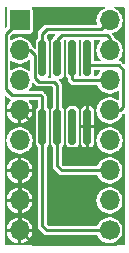
<source format=gbr>
%TF.GenerationSoftware,KiCad,Pcbnew,(6.0.9)*%
%TF.CreationDate,2022-12-08T14:47:13+01:00*%
%TF.ProjectId,UltraCIC-III,556c7472-6143-4494-932d-4949492e6b69,rev?*%
%TF.SameCoordinates,Original*%
%TF.FileFunction,Copper,L1,Top*%
%TF.FilePolarity,Positive*%
%FSLAX46Y46*%
G04 Gerber Fmt 4.6, Leading zero omitted, Abs format (unit mm)*
G04 Created by KiCad (PCBNEW (6.0.9)) date 2022-12-08 14:47:13*
%MOMM*%
%LPD*%
G01*
G04 APERTURE LIST*
G04 Aperture macros list*
%AMRoundRect*
0 Rectangle with rounded corners*
0 $1 Rounding radius*
0 $2 $3 $4 $5 $6 $7 $8 $9 X,Y pos of 4 corners*
0 Add a 4 corners polygon primitive as box body*
4,1,4,$2,$3,$4,$5,$6,$7,$8,$9,$2,$3,0*
0 Add four circle primitives for the rounded corners*
1,1,$1+$1,$2,$3*
1,1,$1+$1,$4,$5*
1,1,$1+$1,$6,$7*
1,1,$1+$1,$8,$9*
0 Add four rect primitives between the rounded corners*
20,1,$1+$1,$2,$3,$4,$5,0*
20,1,$1+$1,$4,$5,$6,$7,0*
20,1,$1+$1,$6,$7,$8,$9,0*
20,1,$1+$1,$8,$9,$2,$3,0*%
G04 Aperture macros list end*
%TA.AperFunction,SMDPad,CuDef*%
%ADD10RoundRect,0.150000X0.150000X-1.350000X0.150000X1.350000X-0.150000X1.350000X-0.150000X-1.350000X0*%
%TD*%
%TA.AperFunction,ComponentPad*%
%ADD11O,1.600000X1.600000*%
%TD*%
%TA.AperFunction,ComponentPad*%
%ADD12R,1.600000X1.600000*%
%TD*%
%TA.AperFunction,ComponentPad*%
%ADD13C,1.700000*%
%TD*%
%TA.AperFunction,ComponentPad*%
%ADD14O,1.700000X1.700000*%
%TD*%
%TA.AperFunction,ComponentPad*%
%ADD15R,1.700000X1.700000*%
%TD*%
%TA.AperFunction,Conductor*%
%ADD16C,0.250000*%
%TD*%
G04 APERTURE END LIST*
D10*
%TO.P,U1,1,~{RESET}/PB5*%
%TO.N,PB5*%
X98948400Y-77068000D03*
%TO.P,U1,2,XTAL1/PB3*%
%TO.N,PB3*%
X100218400Y-77068000D03*
%TO.P,U1,3,XTAL2/PB4*%
%TO.N,unconnected-(U1-Pad3)*%
X101488400Y-77068000D03*
%TO.P,U1,4,GND*%
%TO.N,GND*%
X102758400Y-77068000D03*
%TO.P,U1,5,AREF/PB0*%
%TO.N,PB0*%
X102758400Y-71268000D03*
%TO.P,U1,6,PB1*%
%TO.N,PB1*%
X101488400Y-71268000D03*
%TO.P,U1,7,PB2*%
%TO.N,PB2*%
X100218400Y-71268000D03*
%TO.P,U1,8,VCC*%
%TO.N,VCC*%
X98948400Y-71268000D03*
%TD*%
D11*
%TO.P,U2,8,VCC*%
%TO.N,VCC*%
X104648000Y-68072000D03*
%TO.P,U2,7,PB2*%
%TO.N,PB2*%
X104648000Y-70612000D03*
%TO.P,U2,6,PB1*%
%TO.N,PB1*%
X104648000Y-73152000D03*
%TO.P,U2,5,AREF/PB0*%
%TO.N,PB0*%
X104648000Y-75692000D03*
%TO.P,U2,4,GND*%
%TO.N,GND*%
X97028000Y-75692000D03*
%TO.P,U2,3,XTAL2/PB4*%
%TO.N,unconnected-(U2-Pad3)*%
X97028000Y-73152000D03*
%TO.P,U2,2,XTAL1/PB3*%
%TO.N,PB3*%
X97028000Y-70612000D03*
D12*
%TO.P,U2,1,~{RESET}/PB5*%
%TO.N,PB5*%
X97028000Y-68072000D03*
%TD*%
D13*
%TO.P,J2,1,Pin_1*%
%TO.N,PB5*%
X104648000Y-85852000D03*
D14*
%TO.P,J2,2,Pin_2*%
%TO.N,unconnected-(J2-Pad2)*%
X104648000Y-83312000D03*
%TO.P,J2,3,Pin_3*%
%TO.N,PB3*%
X104648000Y-80772000D03*
%TO.P,J2,4,Pin_4*%
%TO.N,unconnected-(J2-Pad4)*%
X104648000Y-78232000D03*
%TO.P,J2,5,Pin_5*%
%TO.N,PB0*%
X104648000Y-75692000D03*
%TO.P,J2,6,Pin_6*%
%TO.N,PB1*%
X104648000Y-73152000D03*
%TO.P,J2,7,Pin_7*%
%TO.N,PB2*%
X104648000Y-70612000D03*
%TO.P,J2,8,Pin_8*%
%TO.N,VCC*%
X104648000Y-68072000D03*
%TD*%
%TO.P,J1,8,Pin_8*%
%TO.N,GND*%
X97028000Y-85852000D03*
%TO.P,J1,7,Pin_7*%
X97028000Y-83312000D03*
%TO.P,J1,6,Pin_6*%
X97028000Y-80772000D03*
%TO.P,J1,5,Pin_5*%
%TO.N,unconnected-(J1-Pad5)*%
X97028000Y-78232000D03*
%TO.P,J1,4,Pin_4*%
%TO.N,GND*%
X97028000Y-75692000D03*
%TO.P,J1,3,Pin_3*%
%TO.N,unconnected-(J1-Pad3)*%
X97028000Y-73152000D03*
%TO.P,J1,2,Pin_2*%
%TO.N,PB3*%
X97028000Y-70612000D03*
D15*
%TO.P,J1,1,Pin_1*%
%TO.N,PB5*%
X97028000Y-68072000D03*
%TD*%
D16*
%TO.N,PB5*%
X95853000Y-73882000D02*
X95853000Y-69247000D01*
X96393000Y-74422000D02*
X95853000Y-73882000D01*
X98948400Y-74564400D02*
X98806000Y-74422000D01*
X98948400Y-77068000D02*
X98948400Y-74564400D01*
X98806000Y-74422000D02*
X96393000Y-74422000D01*
X95853000Y-69247000D02*
X97028000Y-68072000D01*
%TO.N,VCC*%
X98948400Y-69230400D02*
X98948400Y-71268000D01*
X98933000Y-69215000D02*
X98948400Y-69230400D01*
X103886000Y-68834000D02*
X99314000Y-68834000D01*
X104648000Y-68072000D02*
X103886000Y-68834000D01*
X99314000Y-68834000D02*
X98933000Y-69215000D01*
%TO.N,PB0*%
X105537000Y-75692000D02*
X104648000Y-75692000D01*
X105822511Y-72294511D02*
X105822511Y-75406489D01*
X102870000Y-71882000D02*
X105410000Y-71882000D01*
X102758400Y-71770400D02*
X102870000Y-71882000D01*
X105410000Y-71882000D02*
X105822511Y-72294511D01*
X105822511Y-75406489D02*
X105537000Y-75692000D01*
X102758400Y-71268000D02*
X102758400Y-71770400D01*
%TO.N,PB3*%
X104648000Y-80772000D02*
X100584000Y-80772000D01*
X100584000Y-80772000D02*
X100218400Y-80406400D01*
X100218400Y-80406400D02*
X100218400Y-73548400D01*
X98669824Y-73279000D02*
X98298000Y-72907176D01*
X100218400Y-73548400D02*
X99949000Y-73279000D01*
X99949000Y-73279000D02*
X98669824Y-73279000D01*
X98298000Y-72907176D02*
X98298000Y-70993000D01*
X98298000Y-70993000D02*
X97917000Y-70612000D01*
X97917000Y-70612000D02*
X97028000Y-70612000D01*
%TO.N,PB1*%
X101600000Y-73152000D02*
X104648000Y-73152000D01*
X101488400Y-73040400D02*
X101600000Y-73152000D01*
X101488400Y-71268000D02*
X101488400Y-73040400D01*
%TO.N,PB2*%
X104648000Y-70612000D02*
X104648000Y-69596000D01*
%TO.N,GND*%
X102997000Y-79502000D02*
X102758400Y-79263400D01*
X97028000Y-85852000D02*
X98202511Y-87026511D01*
X98202511Y-87026511D02*
X105134499Y-87026511D01*
X105134499Y-87026511D02*
X105822511Y-86338499D01*
X105822511Y-86338499D02*
X105822511Y-80168511D01*
X105822511Y-80168511D02*
X105156000Y-79502000D01*
X105156000Y-79502000D02*
X102997000Y-79502000D01*
X102758400Y-79263400D02*
X102758400Y-77068000D01*
%TO.N,PB2*%
X104648000Y-69596000D02*
X104394000Y-69342000D01*
X104394000Y-69342000D02*
X100584000Y-69342000D01*
X100584000Y-69342000D02*
X100218400Y-69707600D01*
X100218400Y-69707600D02*
X100218400Y-71268000D01*
%TO.N,GND*%
X97028000Y-75692000D02*
X98283489Y-76947489D01*
X98171000Y-80772000D02*
X97028000Y-80772000D01*
X98283489Y-76947489D02*
X98283489Y-80659511D01*
X98283489Y-80659511D02*
X98171000Y-80772000D01*
%TO.N,PB5*%
X99314000Y-85852000D02*
X98933000Y-85471000D01*
X104648000Y-85852000D02*
X99314000Y-85852000D01*
X98933000Y-85471000D02*
X98933000Y-77818000D01*
%TO.N,GND*%
X97028000Y-83312000D02*
X97028000Y-85852000D01*
X97028000Y-80772000D02*
X97028000Y-83312000D01*
%TD*%
%TA.AperFunction,Conductor*%
%TO.N,GND*%
G36*
X100930765Y-69739952D02*
G01*
X100949217Y-69784500D01*
X100948441Y-69794355D01*
X100933900Y-69886166D01*
X100933900Y-72649834D01*
X100948902Y-72744555D01*
X101007074Y-72858723D01*
X101090448Y-72942097D01*
X101108900Y-72986645D01*
X101108900Y-72993183D01*
X101107489Y-73006441D01*
X101104080Y-73022276D01*
X101104692Y-73027447D01*
X101108463Y-73059307D01*
X101108900Y-73066712D01*
X101108900Y-73071924D01*
X101109327Y-73074488D01*
X101109327Y-73074490D01*
X101112315Y-73092441D01*
X101112733Y-73095380D01*
X101118930Y-73147741D01*
X101121186Y-73152439D01*
X101122281Y-73156207D01*
X101123541Y-73159887D01*
X101124396Y-73165026D01*
X101126870Y-73169611D01*
X101149438Y-73211437D01*
X101150786Y-73214082D01*
X101173619Y-73261632D01*
X101176168Y-73264664D01*
X101176170Y-73264667D01*
X101176338Y-73264867D01*
X101176347Y-73264877D01*
X101177214Y-73265908D01*
X101177435Y-73266129D01*
X101180083Y-73269266D01*
X101181916Y-73271629D01*
X101184390Y-73276214D01*
X101219912Y-73309050D01*
X101224859Y-73313623D01*
X101226643Y-73315337D01*
X101298265Y-73386959D01*
X101306643Y-73397333D01*
X101315429Y-73410940D01*
X101319521Y-73414166D01*
X101319522Y-73414167D01*
X101344713Y-73434026D01*
X101350259Y-73438953D01*
X101353944Y-73442638D01*
X101356054Y-73444146D01*
X101356060Y-73444151D01*
X101370872Y-73454736D01*
X101373232Y-73456507D01*
X101414647Y-73489156D01*
X101419562Y-73490882D01*
X101423000Y-73492772D01*
X101426497Y-73494485D01*
X101430734Y-73497513D01*
X101481306Y-73512638D01*
X101484077Y-73513539D01*
X101533851Y-73531018D01*
X101537949Y-73531373D01*
X101538061Y-73531383D01*
X101538069Y-73531383D01*
X101539416Y-73531500D01*
X101539734Y-73531500D01*
X101543812Y-73531845D01*
X101546788Y-73532221D01*
X101551778Y-73533713D01*
X101606857Y-73531549D01*
X101609330Y-73531500D01*
X103566319Y-73531500D01*
X103610867Y-73549952D01*
X103623532Y-73568125D01*
X103687377Y-73706616D01*
X103804533Y-73872389D01*
X103949938Y-74014035D01*
X104020774Y-74061366D01*
X104107448Y-74119280D01*
X104118720Y-74126812D01*
X104121371Y-74127951D01*
X104210543Y-74166262D01*
X104305228Y-74206942D01*
X104503216Y-74251742D01*
X104506104Y-74251855D01*
X104506108Y-74251856D01*
X104604635Y-74255727D01*
X104706053Y-74259712D01*
X104906945Y-74230584D01*
X105099165Y-74165334D01*
X105153246Y-74135047D01*
X105273755Y-74067559D01*
X105273756Y-74067558D01*
X105276276Y-74066147D01*
X105282025Y-74061366D01*
X105339726Y-74013376D01*
X105385775Y-73999077D01*
X105428448Y-74021528D01*
X105443011Y-74061813D01*
X105443011Y-74778655D01*
X105424559Y-74823203D01*
X105380011Y-74841655D01*
X105337247Y-74824918D01*
X105331874Y-74819952D01*
X105323258Y-74811987D01*
X105151581Y-74703667D01*
X105148903Y-74702599D01*
X105148900Y-74702597D01*
X104965721Y-74629516D01*
X104963039Y-74628446D01*
X104960208Y-74627883D01*
X104960205Y-74627882D01*
X104766777Y-74589407D01*
X104766776Y-74589407D01*
X104763946Y-74588844D01*
X104761067Y-74588806D01*
X104761064Y-74588806D01*
X104642647Y-74587256D01*
X104560971Y-74586187D01*
X104427829Y-74609065D01*
X104363755Y-74620075D01*
X104363754Y-74620075D01*
X104360910Y-74620564D01*
X104358205Y-74621562D01*
X104358201Y-74621563D01*
X104276382Y-74651748D01*
X104170463Y-74690824D01*
X103996010Y-74794612D01*
X103843392Y-74928455D01*
X103717720Y-75087869D01*
X103623203Y-75267515D01*
X103622347Y-75270273D01*
X103622345Y-75270277D01*
X103563863Y-75458621D01*
X103563007Y-75461378D01*
X103539148Y-75662964D01*
X103552424Y-75865522D01*
X103553133Y-75868315D01*
X103553134Y-75868319D01*
X103588300Y-76006781D01*
X103602392Y-76062269D01*
X103687377Y-76246616D01*
X103804533Y-76412389D01*
X103949938Y-76554035D01*
X104118720Y-76666812D01*
X104121371Y-76667951D01*
X104210543Y-76706262D01*
X104305228Y-76746942D01*
X104503216Y-76791742D01*
X104506104Y-76791855D01*
X104506108Y-76791856D01*
X104604634Y-76795727D01*
X104706053Y-76799712D01*
X104906945Y-76770584D01*
X104911114Y-76769169D01*
X105096431Y-76706262D01*
X105096430Y-76706262D01*
X105099165Y-76705334D01*
X105276276Y-76606147D01*
X105279000Y-76603882D01*
X105430123Y-76478193D01*
X105432345Y-76476345D01*
X105487497Y-76410032D01*
X105560301Y-76322496D01*
X105560303Y-76322493D01*
X105562147Y-76320276D01*
X105661334Y-76143165D01*
X105687904Y-76064893D01*
X105689263Y-76060889D01*
X105721649Y-76024348D01*
X105754658Y-76008497D01*
X105758232Y-76006781D01*
X105761264Y-76004232D01*
X105761267Y-76004230D01*
X105761467Y-76004062D01*
X105761477Y-76004053D01*
X105762508Y-76003186D01*
X105762729Y-76002965D01*
X105765866Y-76000317D01*
X105768229Y-75998484D01*
X105772814Y-75996010D01*
X105808239Y-75957687D01*
X105852026Y-75937501D01*
X105897264Y-75954189D01*
X105917500Y-76000452D01*
X105917500Y-87058500D01*
X105899048Y-87103048D01*
X105854500Y-87121500D01*
X95821500Y-87121500D01*
X95776952Y-87103048D01*
X95758500Y-87058500D01*
X95758500Y-85992577D01*
X95930766Y-85992577D01*
X95932731Y-86022561D01*
X95933630Y-86028241D01*
X95982154Y-86219304D01*
X95984075Y-86224726D01*
X96066605Y-86403746D01*
X96069476Y-86408719D01*
X96183250Y-86569706D01*
X96186983Y-86574077D01*
X96328190Y-86711634D01*
X96332649Y-86715245D01*
X96496562Y-86824769D01*
X96501611Y-86827510D01*
X96682735Y-86905327D01*
X96688195Y-86907101D01*
X96880464Y-86950607D01*
X96886174Y-86951359D01*
X96888478Y-86951449D01*
X96896794Y-86948381D01*
X96901000Y-86938765D01*
X96901000Y-86936677D01*
X97155000Y-86936677D01*
X97158671Y-86945539D01*
X97164283Y-86947864D01*
X97283971Y-86930510D01*
X97289559Y-86929169D01*
X97476227Y-86865803D01*
X97481484Y-86863462D01*
X97653466Y-86767147D01*
X97658218Y-86763882D01*
X97809763Y-86637844D01*
X97813844Y-86633763D01*
X97939882Y-86482218D01*
X97943147Y-86477466D01*
X98039462Y-86305484D01*
X98041803Y-86300227D01*
X98105169Y-86113559D01*
X98106510Y-86107971D01*
X98123412Y-85991403D01*
X98121051Y-85982105D01*
X98115831Y-85979000D01*
X97167533Y-85979000D01*
X97158671Y-85982671D01*
X97155000Y-85991533D01*
X97155000Y-86936677D01*
X96901000Y-86936677D01*
X96901000Y-85991533D01*
X96897329Y-85982671D01*
X96888467Y-85979000D01*
X95942409Y-85979000D01*
X95934669Y-85982206D01*
X95930766Y-85992577D01*
X95758500Y-85992577D01*
X95758500Y-85712554D01*
X95932719Y-85712554D01*
X95935323Y-85721787D01*
X95941060Y-85725000D01*
X96888467Y-85725000D01*
X96897329Y-85721329D01*
X96901000Y-85712467D01*
X97155000Y-85712467D01*
X97158671Y-85721329D01*
X97167533Y-85725000D01*
X98112527Y-85725000D01*
X98121389Y-85721329D01*
X98124118Y-85714743D01*
X98118428Y-85652821D01*
X98117382Y-85647176D01*
X98063873Y-85457445D01*
X98061811Y-85452076D01*
X97974625Y-85275279D01*
X97971622Y-85270379D01*
X97853671Y-85112424D01*
X97849830Y-85108159D01*
X97705075Y-84974348D01*
X97700508Y-84970843D01*
X97533793Y-84865654D01*
X97528672Y-84863044D01*
X97345578Y-84789998D01*
X97340062Y-84788364D01*
X97167292Y-84753998D01*
X97157883Y-84755869D01*
X97155000Y-84760185D01*
X97155000Y-85712467D01*
X96901000Y-85712467D01*
X96901000Y-84766096D01*
X96897329Y-84757234D01*
X96892142Y-84755085D01*
X96743885Y-84780560D01*
X96738331Y-84782048D01*
X96553390Y-84850277D01*
X96548199Y-84852752D01*
X96378783Y-84953545D01*
X96374136Y-84956921D01*
X96225927Y-85086897D01*
X96221968Y-85091069D01*
X96099932Y-85245870D01*
X96096794Y-85250703D01*
X96005013Y-85425148D01*
X96002809Y-85430469D01*
X95944354Y-85618725D01*
X95943159Y-85624349D01*
X95932719Y-85712554D01*
X95758500Y-85712554D01*
X95758500Y-83452577D01*
X95930766Y-83452577D01*
X95932731Y-83482561D01*
X95933630Y-83488241D01*
X95982154Y-83679304D01*
X95984075Y-83684726D01*
X96066605Y-83863746D01*
X96069476Y-83868719D01*
X96183250Y-84029706D01*
X96186983Y-84034077D01*
X96328190Y-84171634D01*
X96332649Y-84175245D01*
X96496562Y-84284769D01*
X96501611Y-84287510D01*
X96682735Y-84365327D01*
X96688195Y-84367101D01*
X96880464Y-84410607D01*
X96886174Y-84411359D01*
X96888478Y-84411449D01*
X96896794Y-84408381D01*
X96901000Y-84398765D01*
X96901000Y-84396677D01*
X97155000Y-84396677D01*
X97158671Y-84405539D01*
X97164283Y-84407864D01*
X97283971Y-84390510D01*
X97289559Y-84389169D01*
X97476227Y-84325803D01*
X97481484Y-84323462D01*
X97653466Y-84227147D01*
X97658218Y-84223882D01*
X97809763Y-84097844D01*
X97813844Y-84093763D01*
X97939882Y-83942218D01*
X97943147Y-83937466D01*
X98039462Y-83765484D01*
X98041803Y-83760227D01*
X98105169Y-83573559D01*
X98106510Y-83567971D01*
X98123412Y-83451403D01*
X98121051Y-83442105D01*
X98115831Y-83439000D01*
X97167533Y-83439000D01*
X97158671Y-83442671D01*
X97155000Y-83451533D01*
X97155000Y-84396677D01*
X96901000Y-84396677D01*
X96901000Y-83451533D01*
X96897329Y-83442671D01*
X96888467Y-83439000D01*
X95942409Y-83439000D01*
X95934669Y-83442206D01*
X95930766Y-83452577D01*
X95758500Y-83452577D01*
X95758500Y-83172554D01*
X95932719Y-83172554D01*
X95935323Y-83181787D01*
X95941060Y-83185000D01*
X96888467Y-83185000D01*
X96897329Y-83181329D01*
X96901000Y-83172467D01*
X97155000Y-83172467D01*
X97158671Y-83181329D01*
X97167533Y-83185000D01*
X98112527Y-83185000D01*
X98121389Y-83181329D01*
X98124118Y-83174743D01*
X98118428Y-83112821D01*
X98117382Y-83107176D01*
X98063873Y-82917445D01*
X98061811Y-82912076D01*
X97974625Y-82735279D01*
X97971622Y-82730379D01*
X97853671Y-82572424D01*
X97849830Y-82568159D01*
X97705075Y-82434348D01*
X97700508Y-82430843D01*
X97533793Y-82325654D01*
X97528672Y-82323044D01*
X97345578Y-82249998D01*
X97340062Y-82248364D01*
X97167292Y-82213998D01*
X97157883Y-82215869D01*
X97155000Y-82220185D01*
X97155000Y-83172467D01*
X96901000Y-83172467D01*
X96901000Y-82226096D01*
X96897329Y-82217234D01*
X96892142Y-82215085D01*
X96743885Y-82240560D01*
X96738331Y-82242048D01*
X96553390Y-82310277D01*
X96548199Y-82312752D01*
X96378783Y-82413545D01*
X96374136Y-82416921D01*
X96225927Y-82546897D01*
X96221968Y-82551069D01*
X96099932Y-82705870D01*
X96096794Y-82710703D01*
X96005013Y-82885148D01*
X96002809Y-82890469D01*
X95944354Y-83078725D01*
X95943159Y-83084349D01*
X95932719Y-83172554D01*
X95758500Y-83172554D01*
X95758500Y-80912577D01*
X95930766Y-80912577D01*
X95932731Y-80942561D01*
X95933630Y-80948241D01*
X95982154Y-81139304D01*
X95984075Y-81144726D01*
X96066605Y-81323746D01*
X96069476Y-81328719D01*
X96183250Y-81489706D01*
X96186983Y-81494077D01*
X96328190Y-81631634D01*
X96332649Y-81635245D01*
X96496562Y-81744769D01*
X96501611Y-81747510D01*
X96682735Y-81825327D01*
X96688195Y-81827101D01*
X96880464Y-81870607D01*
X96886174Y-81871359D01*
X96888478Y-81871449D01*
X96896794Y-81868381D01*
X96901000Y-81858765D01*
X96901000Y-81856677D01*
X97155000Y-81856677D01*
X97158671Y-81865539D01*
X97164283Y-81867864D01*
X97283971Y-81850510D01*
X97289559Y-81849169D01*
X97476227Y-81785803D01*
X97481484Y-81783462D01*
X97653466Y-81687147D01*
X97658218Y-81683882D01*
X97809763Y-81557844D01*
X97813844Y-81553763D01*
X97939882Y-81402218D01*
X97943147Y-81397466D01*
X98039462Y-81225484D01*
X98041803Y-81220227D01*
X98105169Y-81033559D01*
X98106510Y-81027971D01*
X98123412Y-80911403D01*
X98121051Y-80902105D01*
X98115831Y-80899000D01*
X97167533Y-80899000D01*
X97158671Y-80902671D01*
X97155000Y-80911533D01*
X97155000Y-81856677D01*
X96901000Y-81856677D01*
X96901000Y-80911533D01*
X96897329Y-80902671D01*
X96888467Y-80899000D01*
X95942409Y-80899000D01*
X95934669Y-80902206D01*
X95930766Y-80912577D01*
X95758500Y-80912577D01*
X95758500Y-80632554D01*
X95932719Y-80632554D01*
X95935323Y-80641787D01*
X95941060Y-80645000D01*
X96888467Y-80645000D01*
X96897329Y-80641329D01*
X96901000Y-80632467D01*
X97155000Y-80632467D01*
X97158671Y-80641329D01*
X97167533Y-80645000D01*
X98112527Y-80645000D01*
X98121389Y-80641329D01*
X98124118Y-80634743D01*
X98118428Y-80572821D01*
X98117382Y-80567176D01*
X98063873Y-80377445D01*
X98061811Y-80372076D01*
X97974625Y-80195279D01*
X97971622Y-80190379D01*
X97853671Y-80032424D01*
X97849830Y-80028159D01*
X97705075Y-79894348D01*
X97700508Y-79890843D01*
X97533793Y-79785654D01*
X97528672Y-79783044D01*
X97345578Y-79709998D01*
X97340062Y-79708364D01*
X97167292Y-79673998D01*
X97157883Y-79675869D01*
X97155000Y-79680185D01*
X97155000Y-80632467D01*
X96901000Y-80632467D01*
X96901000Y-79686096D01*
X96897329Y-79677234D01*
X96892142Y-79675085D01*
X96743885Y-79700560D01*
X96738331Y-79702048D01*
X96553390Y-79770277D01*
X96548199Y-79772752D01*
X96378783Y-79873545D01*
X96374136Y-79876921D01*
X96225927Y-80006897D01*
X96221968Y-80011069D01*
X96099932Y-80165870D01*
X96096794Y-80170703D01*
X96005013Y-80345148D01*
X96002809Y-80350469D01*
X95944354Y-80538725D01*
X95943159Y-80544349D01*
X95932719Y-80632554D01*
X95758500Y-80632554D01*
X95758500Y-78202964D01*
X95919148Y-78202964D01*
X95932424Y-78405522D01*
X95933133Y-78408315D01*
X95933134Y-78408319D01*
X95968857Y-78548975D01*
X95982392Y-78602269D01*
X96067377Y-78786616D01*
X96184533Y-78952389D01*
X96329938Y-79094035D01*
X96498720Y-79206812D01*
X96501371Y-79207951D01*
X96590543Y-79246262D01*
X96685228Y-79286942D01*
X96883216Y-79331742D01*
X96886104Y-79331855D01*
X96886108Y-79331856D01*
X96984634Y-79335727D01*
X97086053Y-79339712D01*
X97286945Y-79310584D01*
X97479165Y-79245334D01*
X97656276Y-79146147D01*
X97718934Y-79094035D01*
X97810123Y-79018193D01*
X97812345Y-79016345D01*
X97942147Y-78860276D01*
X97963521Y-78822111D01*
X98039921Y-78685688D01*
X98041334Y-78683165D01*
X98106584Y-78490945D01*
X98135712Y-78290053D01*
X98137232Y-78232000D01*
X98118658Y-78029859D01*
X98109848Y-77998621D01*
X98064341Y-77837265D01*
X98064339Y-77837260D01*
X98063557Y-77834487D01*
X97973776Y-77652428D01*
X97852320Y-77489779D01*
X97703258Y-77351987D01*
X97531581Y-77243667D01*
X97528903Y-77242599D01*
X97528900Y-77242597D01*
X97345721Y-77169516D01*
X97343039Y-77168446D01*
X97340208Y-77167883D01*
X97340205Y-77167882D01*
X97146777Y-77129407D01*
X97146776Y-77129407D01*
X97143946Y-77128844D01*
X97141067Y-77128806D01*
X97141064Y-77128806D01*
X97022647Y-77127256D01*
X96940971Y-77126187D01*
X96807829Y-77149065D01*
X96743755Y-77160075D01*
X96743754Y-77160075D01*
X96740910Y-77160564D01*
X96738205Y-77161562D01*
X96738201Y-77161563D01*
X96656382Y-77191748D01*
X96550463Y-77230824D01*
X96376010Y-77334612D01*
X96223392Y-77468455D01*
X96097720Y-77627869D01*
X96003203Y-77807515D01*
X96002347Y-77810273D01*
X96002345Y-77810277D01*
X95994828Y-77834487D01*
X95943007Y-78001378D01*
X95919148Y-78202964D01*
X95758500Y-78202964D01*
X95758500Y-75832577D01*
X95930766Y-75832577D01*
X95932731Y-75862561D01*
X95933630Y-75868241D01*
X95982154Y-76059304D01*
X95984075Y-76064726D01*
X96066605Y-76243746D01*
X96069476Y-76248719D01*
X96183250Y-76409706D01*
X96186983Y-76414077D01*
X96328190Y-76551634D01*
X96332649Y-76555245D01*
X96496562Y-76664769D01*
X96501611Y-76667510D01*
X96682735Y-76745327D01*
X96688195Y-76747101D01*
X96880464Y-76790607D01*
X96886174Y-76791359D01*
X96888478Y-76791449D01*
X96896794Y-76788381D01*
X96901000Y-76778765D01*
X96901000Y-76776677D01*
X97155000Y-76776677D01*
X97158671Y-76785539D01*
X97164283Y-76787864D01*
X97283971Y-76770510D01*
X97289559Y-76769169D01*
X97476227Y-76705803D01*
X97481484Y-76703462D01*
X97653466Y-76607147D01*
X97658218Y-76603882D01*
X97809763Y-76477844D01*
X97813844Y-76473763D01*
X97939882Y-76322218D01*
X97943147Y-76317466D01*
X98039462Y-76145484D01*
X98041803Y-76140227D01*
X98105169Y-75953559D01*
X98106510Y-75947971D01*
X98123412Y-75831403D01*
X98121051Y-75822105D01*
X98115831Y-75819000D01*
X97167533Y-75819000D01*
X97158671Y-75822671D01*
X97155000Y-75831533D01*
X97155000Y-76776677D01*
X96901000Y-76776677D01*
X96901000Y-75831533D01*
X96897329Y-75822671D01*
X96888467Y-75819000D01*
X95942409Y-75819000D01*
X95934669Y-75822206D01*
X95930766Y-75832577D01*
X95758500Y-75832577D01*
X95758500Y-74476290D01*
X95776952Y-74431742D01*
X95821500Y-74413290D01*
X95866048Y-74431742D01*
X96091265Y-74656959D01*
X96099643Y-74667333D01*
X96108429Y-74680940D01*
X96112521Y-74684166D01*
X96112522Y-74684167D01*
X96137713Y-74704026D01*
X96143259Y-74708953D01*
X96146944Y-74712638D01*
X96149054Y-74714146D01*
X96149060Y-74714151D01*
X96163872Y-74724736D01*
X96166232Y-74726507D01*
X96207647Y-74759156D01*
X96212562Y-74760882D01*
X96216000Y-74762772D01*
X96219498Y-74764486D01*
X96223734Y-74767513D01*
X96251783Y-74775902D01*
X96289174Y-74806343D01*
X96294089Y-74854310D01*
X96275269Y-74883625D01*
X96225927Y-74926897D01*
X96221968Y-74931069D01*
X96099932Y-75085870D01*
X96096794Y-75090703D01*
X96005013Y-75265148D01*
X96002809Y-75270469D01*
X95944354Y-75458725D01*
X95943159Y-75464349D01*
X95932719Y-75552554D01*
X95935323Y-75561787D01*
X95941060Y-75565000D01*
X96888467Y-75565000D01*
X96897329Y-75561329D01*
X96901000Y-75552467D01*
X96901000Y-74864500D01*
X96919452Y-74819952D01*
X96964000Y-74801500D01*
X97092000Y-74801500D01*
X97136548Y-74819952D01*
X97155000Y-74864500D01*
X97155000Y-75552467D01*
X97158671Y-75561329D01*
X97167533Y-75565000D01*
X98112527Y-75565000D01*
X98121389Y-75561329D01*
X98124118Y-75554743D01*
X98118428Y-75492821D01*
X98117382Y-75487176D01*
X98063873Y-75297445D01*
X98061811Y-75292076D01*
X97974625Y-75115279D01*
X97971622Y-75110379D01*
X97853671Y-74952424D01*
X97849826Y-74948153D01*
X97809376Y-74910762D01*
X97789189Y-74866973D01*
X97805878Y-74821736D01*
X97852140Y-74801500D01*
X98505900Y-74801500D01*
X98550448Y-74819952D01*
X98568900Y-74864500D01*
X98568900Y-75349355D01*
X98550448Y-75393903D01*
X98467074Y-75477277D01*
X98464822Y-75481697D01*
X98422377Y-75565000D01*
X98408902Y-75591445D01*
X98393900Y-75686166D01*
X98393900Y-78449834D01*
X98408902Y-78544555D01*
X98467074Y-78658723D01*
X98535048Y-78726697D01*
X98553500Y-78771245D01*
X98553500Y-85423783D01*
X98552089Y-85437041D01*
X98548680Y-85452876D01*
X98549292Y-85458047D01*
X98553063Y-85489907D01*
X98553500Y-85497312D01*
X98553500Y-85502524D01*
X98553927Y-85505088D01*
X98553927Y-85505090D01*
X98556915Y-85523041D01*
X98557333Y-85525980D01*
X98563530Y-85578341D01*
X98565786Y-85583039D01*
X98566881Y-85586807D01*
X98568141Y-85590487D01*
X98568996Y-85595626D01*
X98571470Y-85600211D01*
X98594038Y-85642037D01*
X98595386Y-85644682D01*
X98618219Y-85692232D01*
X98620768Y-85695264D01*
X98620770Y-85695267D01*
X98620938Y-85695467D01*
X98620947Y-85695477D01*
X98621814Y-85696508D01*
X98622035Y-85696729D01*
X98624683Y-85699866D01*
X98626516Y-85702229D01*
X98628990Y-85706814D01*
X98645188Y-85721787D01*
X98669459Y-85744223D01*
X98671243Y-85745937D01*
X99012265Y-86086959D01*
X99020643Y-86097333D01*
X99029429Y-86110940D01*
X99033521Y-86114166D01*
X99033522Y-86114167D01*
X99058713Y-86134026D01*
X99064259Y-86138953D01*
X99067944Y-86142638D01*
X99070054Y-86144146D01*
X99070060Y-86144151D01*
X99084872Y-86154736D01*
X99087232Y-86156507D01*
X99128647Y-86189156D01*
X99133562Y-86190882D01*
X99137000Y-86192772D01*
X99140497Y-86194485D01*
X99144734Y-86197513D01*
X99195306Y-86212638D01*
X99198077Y-86213539D01*
X99247851Y-86231018D01*
X99251949Y-86231373D01*
X99252061Y-86231383D01*
X99252069Y-86231383D01*
X99253416Y-86231500D01*
X99253734Y-86231500D01*
X99257812Y-86231845D01*
X99260788Y-86232221D01*
X99265778Y-86233713D01*
X99320857Y-86231549D01*
X99323330Y-86231500D01*
X103566319Y-86231500D01*
X103610867Y-86249952D01*
X103623532Y-86268125D01*
X103687377Y-86406616D01*
X103804533Y-86572389D01*
X103949938Y-86714035D01*
X104118720Y-86826812D01*
X104121371Y-86827951D01*
X104210543Y-86866262D01*
X104305228Y-86906942D01*
X104503216Y-86951742D01*
X104506104Y-86951855D01*
X104506108Y-86951856D01*
X104604635Y-86955727D01*
X104706053Y-86959712D01*
X104906945Y-86930584D01*
X104911114Y-86929169D01*
X105096431Y-86866262D01*
X105096430Y-86866262D01*
X105099165Y-86865334D01*
X105276276Y-86766147D01*
X105279000Y-86763882D01*
X105430123Y-86638193D01*
X105432345Y-86636345D01*
X105487497Y-86570032D01*
X105560301Y-86482496D01*
X105560303Y-86482493D01*
X105562147Y-86480276D01*
X105604872Y-86403986D01*
X105659921Y-86305688D01*
X105661334Y-86303165D01*
X105726584Y-86110945D01*
X105755712Y-85910053D01*
X105757232Y-85852000D01*
X105738658Y-85649859D01*
X105718488Y-85578341D01*
X105684341Y-85457265D01*
X105684339Y-85457260D01*
X105683557Y-85454487D01*
X105593776Y-85272428D01*
X105472320Y-85109779D01*
X105323258Y-84971987D01*
X105151581Y-84863667D01*
X105148903Y-84862599D01*
X105148900Y-84862597D01*
X104965721Y-84789516D01*
X104963039Y-84788446D01*
X104960208Y-84787883D01*
X104960205Y-84787882D01*
X104766777Y-84749407D01*
X104766776Y-84749407D01*
X104763946Y-84748844D01*
X104761067Y-84748806D01*
X104761064Y-84748806D01*
X104642647Y-84747256D01*
X104560971Y-84746187D01*
X104445108Y-84766096D01*
X104363755Y-84780075D01*
X104363754Y-84780075D01*
X104360910Y-84780564D01*
X104358205Y-84781562D01*
X104358201Y-84781563D01*
X104276382Y-84811748D01*
X104170463Y-84850824D01*
X103996010Y-84954612D01*
X103843392Y-85088455D01*
X103717720Y-85247869D01*
X103667390Y-85343530D01*
X103625167Y-85423783D01*
X103623203Y-85427515D01*
X103622346Y-85430276D01*
X103621242Y-85432941D01*
X103619600Y-85432261D01*
X103592172Y-85465250D01*
X103562830Y-85472500D01*
X99497290Y-85472500D01*
X99452742Y-85454048D01*
X99330952Y-85332258D01*
X99312500Y-85287710D01*
X99312500Y-83282964D01*
X103539148Y-83282964D01*
X103552424Y-83485522D01*
X103553133Y-83488315D01*
X103553134Y-83488319D01*
X103574813Y-83573676D01*
X103602392Y-83682269D01*
X103687377Y-83866616D01*
X103804533Y-84032389D01*
X103949938Y-84174035D01*
X104118720Y-84286812D01*
X104121371Y-84287951D01*
X104210543Y-84326262D01*
X104305228Y-84366942D01*
X104503216Y-84411742D01*
X104506104Y-84411855D01*
X104506108Y-84411856D01*
X104604635Y-84415727D01*
X104706053Y-84419712D01*
X104906945Y-84390584D01*
X104911114Y-84389169D01*
X105096431Y-84326262D01*
X105096430Y-84326262D01*
X105099165Y-84325334D01*
X105276276Y-84226147D01*
X105279000Y-84223882D01*
X105430123Y-84098193D01*
X105432345Y-84096345D01*
X105487497Y-84030032D01*
X105560301Y-83942496D01*
X105560303Y-83942493D01*
X105562147Y-83940276D01*
X105661334Y-83763165D01*
X105726584Y-83570945D01*
X105755712Y-83370053D01*
X105757232Y-83312000D01*
X105738658Y-83109859D01*
X105729848Y-83078621D01*
X105684341Y-82917265D01*
X105684339Y-82917260D01*
X105683557Y-82914487D01*
X105593776Y-82732428D01*
X105472320Y-82569779D01*
X105323258Y-82431987D01*
X105151581Y-82323667D01*
X105148903Y-82322599D01*
X105148900Y-82322597D01*
X104965721Y-82249516D01*
X104963039Y-82248446D01*
X104960208Y-82247883D01*
X104960205Y-82247882D01*
X104766777Y-82209407D01*
X104766776Y-82209407D01*
X104763946Y-82208844D01*
X104761067Y-82208806D01*
X104761064Y-82208806D01*
X104642647Y-82207256D01*
X104560971Y-82206187D01*
X104445108Y-82226096D01*
X104363755Y-82240075D01*
X104363754Y-82240075D01*
X104360910Y-82240564D01*
X104358205Y-82241562D01*
X104358201Y-82241563D01*
X104276382Y-82271748D01*
X104170463Y-82310824D01*
X103996010Y-82414612D01*
X103843392Y-82548455D01*
X103717720Y-82707869D01*
X103623203Y-82887515D01*
X103622347Y-82890273D01*
X103622345Y-82890277D01*
X103614828Y-82914487D01*
X103563007Y-83081378D01*
X103539148Y-83282964D01*
X99312500Y-83282964D01*
X99312500Y-78799810D01*
X99330952Y-78755262D01*
X99336098Y-78750867D01*
X99339123Y-78749326D01*
X99429726Y-78658723D01*
X99487898Y-78544555D01*
X99502900Y-78449834D01*
X99502900Y-75686166D01*
X99487898Y-75591445D01*
X99474424Y-75565000D01*
X99431978Y-75481697D01*
X99429726Y-75477277D01*
X99346352Y-75393903D01*
X99327900Y-75349355D01*
X99327900Y-74611617D01*
X99329311Y-74598356D01*
X99332720Y-74582524D01*
X99328337Y-74545493D01*
X99327900Y-74538088D01*
X99327900Y-74532876D01*
X99324485Y-74512359D01*
X99324067Y-74509420D01*
X99318482Y-74462233D01*
X99317870Y-74457059D01*
X99315614Y-74452361D01*
X99314519Y-74448593D01*
X99313259Y-74444913D01*
X99312404Y-74439774D01*
X99287362Y-74393363D01*
X99286014Y-74390718D01*
X99264897Y-74346741D01*
X99264896Y-74346739D01*
X99263181Y-74343168D01*
X99260632Y-74340136D01*
X99260630Y-74340133D01*
X99260462Y-74339933D01*
X99260453Y-74339923D01*
X99259586Y-74338892D01*
X99259365Y-74338671D01*
X99256717Y-74335534D01*
X99254884Y-74333171D01*
X99252410Y-74328586D01*
X99211941Y-74291177D01*
X99210157Y-74289463D01*
X99107735Y-74187041D01*
X99099357Y-74176667D01*
X99093396Y-74167435D01*
X99090571Y-74163060D01*
X99086478Y-74159833D01*
X99061287Y-74139974D01*
X99055741Y-74135047D01*
X99052056Y-74131362D01*
X99049948Y-74129856D01*
X99049945Y-74129853D01*
X99043447Y-74125210D01*
X99035127Y-74119265D01*
X99032785Y-74117506D01*
X99014353Y-74102976D01*
X98995442Y-74088067D01*
X98995440Y-74088066D01*
X98991353Y-74084844D01*
X98986440Y-74083119D01*
X98982993Y-74081224D01*
X98979504Y-74079515D01*
X98975266Y-74076486D01*
X98954918Y-74070401D01*
X98924709Y-74061366D01*
X98921886Y-74060448D01*
X98875894Y-74044297D01*
X98875893Y-74044297D01*
X98872149Y-74042982D01*
X98868051Y-74042627D01*
X98867939Y-74042617D01*
X98867931Y-74042617D01*
X98866584Y-74042500D01*
X98866266Y-74042500D01*
X98862188Y-74042155D01*
X98859212Y-74041779D01*
X98854222Y-74040287D01*
X98799831Y-74042424D01*
X98799143Y-74042451D01*
X98796670Y-74042500D01*
X97857912Y-74042500D01*
X97813364Y-74024048D01*
X97794912Y-73979500D01*
X97812674Y-73936618D01*
X97812345Y-73936345D01*
X97813226Y-73935286D01*
X97813226Y-73935285D01*
X97942147Y-73780276D01*
X97969357Y-73731690D01*
X98039921Y-73605688D01*
X98041334Y-73603165D01*
X98099163Y-73432807D01*
X98105657Y-73413676D01*
X98105657Y-73413675D01*
X98106584Y-73410945D01*
X98106997Y-73408093D01*
X98106999Y-73408087D01*
X98108621Y-73396896D01*
X98133274Y-73355456D01*
X98180008Y-73343587D01*
X98215517Y-73361387D01*
X98368089Y-73513959D01*
X98376467Y-73524333D01*
X98382391Y-73533508D01*
X98385253Y-73537940D01*
X98389345Y-73541166D01*
X98389346Y-73541167D01*
X98414537Y-73561026D01*
X98420083Y-73565953D01*
X98423768Y-73569638D01*
X98425878Y-73571146D01*
X98425883Y-73571150D01*
X98440679Y-73581723D01*
X98443053Y-73583505D01*
X98484471Y-73616156D01*
X98489383Y-73617881D01*
X98492833Y-73619778D01*
X98496325Y-73621489D01*
X98500559Y-73624514D01*
X98505546Y-73626005D01*
X98505545Y-73626005D01*
X98551113Y-73639633D01*
X98553937Y-73640551D01*
X98599933Y-73656704D01*
X98603675Y-73658018D01*
X98609240Y-73658500D01*
X98609552Y-73658500D01*
X98613625Y-73658845D01*
X98616616Y-73659223D01*
X98621602Y-73660714D01*
X98626801Y-73660510D01*
X98626804Y-73660510D01*
X98676695Y-73658549D01*
X98679169Y-73658500D01*
X99765710Y-73658500D01*
X99810258Y-73676952D01*
X99820448Y-73687142D01*
X99838900Y-73731690D01*
X99838900Y-75349355D01*
X99820448Y-75393903D01*
X99737074Y-75477277D01*
X99734822Y-75481697D01*
X99692377Y-75565000D01*
X99678902Y-75591445D01*
X99663900Y-75686166D01*
X99663900Y-78449834D01*
X99678902Y-78544555D01*
X99737074Y-78658723D01*
X99820448Y-78742097D01*
X99838900Y-78786645D01*
X99838900Y-80359183D01*
X99837489Y-80372441D01*
X99834080Y-80388276D01*
X99834692Y-80393447D01*
X99838463Y-80425307D01*
X99838900Y-80432712D01*
X99838900Y-80437924D01*
X99839327Y-80440488D01*
X99839327Y-80440490D01*
X99842315Y-80458441D01*
X99842733Y-80461380D01*
X99848930Y-80513741D01*
X99851186Y-80518439D01*
X99852281Y-80522207D01*
X99853541Y-80525887D01*
X99854396Y-80531026D01*
X99856870Y-80535611D01*
X99879438Y-80577437D01*
X99880786Y-80580082D01*
X99903619Y-80627632D01*
X99906168Y-80630664D01*
X99906170Y-80630667D01*
X99906326Y-80630852D01*
X99907214Y-80631908D01*
X99907436Y-80632130D01*
X99910084Y-80635267D01*
X99911916Y-80637629D01*
X99914390Y-80642214D01*
X99918215Y-80645750D01*
X99954870Y-80679634D01*
X99956653Y-80681348D01*
X100282269Y-81006964D01*
X100290644Y-81017334D01*
X100299429Y-81030940D01*
X100303521Y-81034166D01*
X100303523Y-81034168D01*
X100328708Y-81054022D01*
X100334254Y-81058949D01*
X100337943Y-81062638D01*
X100340053Y-81064146D01*
X100340058Y-81064150D01*
X100354861Y-81074728D01*
X100357234Y-81076510D01*
X100394554Y-81105931D01*
X100394561Y-81105935D01*
X100398647Y-81109156D01*
X100403560Y-81110881D01*
X100406998Y-81112771D01*
X100410497Y-81114485D01*
X100414734Y-81117513D01*
X100465306Y-81132638D01*
X100468077Y-81133539D01*
X100517851Y-81151018D01*
X100521949Y-81151373D01*
X100522061Y-81151383D01*
X100522069Y-81151383D01*
X100523416Y-81151500D01*
X100523734Y-81151500D01*
X100527812Y-81151845D01*
X100530788Y-81152221D01*
X100535778Y-81153713D01*
X100590857Y-81151549D01*
X100593330Y-81151500D01*
X103566319Y-81151500D01*
X103610867Y-81169952D01*
X103623532Y-81188125D01*
X103687377Y-81326616D01*
X103804533Y-81492389D01*
X103949938Y-81634035D01*
X104118720Y-81746812D01*
X104121371Y-81747951D01*
X104210543Y-81786262D01*
X104305228Y-81826942D01*
X104503216Y-81871742D01*
X104506104Y-81871855D01*
X104506108Y-81871856D01*
X104604635Y-81875727D01*
X104706053Y-81879712D01*
X104906945Y-81850584D01*
X104911114Y-81849169D01*
X105096431Y-81786262D01*
X105096430Y-81786262D01*
X105099165Y-81785334D01*
X105276276Y-81686147D01*
X105279000Y-81683882D01*
X105430123Y-81558193D01*
X105432345Y-81556345D01*
X105487497Y-81490032D01*
X105560301Y-81402496D01*
X105560303Y-81402493D01*
X105562147Y-81400276D01*
X105604872Y-81323986D01*
X105659921Y-81225688D01*
X105661334Y-81223165D01*
X105726584Y-81030945D01*
X105755712Y-80830053D01*
X105757232Y-80772000D01*
X105738658Y-80569859D01*
X105702172Y-80440490D01*
X105684341Y-80377265D01*
X105684339Y-80377260D01*
X105683557Y-80374487D01*
X105593776Y-80192428D01*
X105472320Y-80029779D01*
X105323258Y-79891987D01*
X105151581Y-79783667D01*
X105148903Y-79782599D01*
X105148900Y-79782597D01*
X104965721Y-79709516D01*
X104963039Y-79708446D01*
X104960208Y-79707883D01*
X104960205Y-79707882D01*
X104766777Y-79669407D01*
X104766776Y-79669407D01*
X104763946Y-79668844D01*
X104761067Y-79668806D01*
X104761064Y-79668806D01*
X104642647Y-79667256D01*
X104560971Y-79666187D01*
X104445108Y-79686096D01*
X104363755Y-79700075D01*
X104363754Y-79700075D01*
X104360910Y-79700564D01*
X104358205Y-79701562D01*
X104358201Y-79701563D01*
X104276382Y-79731748D01*
X104170463Y-79770824D01*
X103996010Y-79874612D01*
X103843392Y-80008455D01*
X103717720Y-80167869D01*
X103623203Y-80347515D01*
X103622346Y-80350276D01*
X103621242Y-80352941D01*
X103619600Y-80352261D01*
X103592172Y-80385250D01*
X103562830Y-80392500D01*
X100767290Y-80392500D01*
X100722742Y-80374048D01*
X100616352Y-80267658D01*
X100597900Y-80223110D01*
X100597900Y-78786645D01*
X100616352Y-78742097D01*
X100699726Y-78658723D01*
X100757898Y-78544555D01*
X100772900Y-78449834D01*
X100933900Y-78449834D01*
X100948902Y-78544555D01*
X101007074Y-78658723D01*
X101097677Y-78749326D01*
X101102098Y-78751578D01*
X101102097Y-78751578D01*
X101196757Y-78799810D01*
X101211845Y-78807498D01*
X101306566Y-78822500D01*
X101670234Y-78822500D01*
X101764955Y-78807498D01*
X101780044Y-78799810D01*
X101874703Y-78751578D01*
X101874702Y-78751578D01*
X101879123Y-78749326D01*
X101969726Y-78658723D01*
X102027898Y-78544555D01*
X102042900Y-78449834D01*
X102042900Y-78447313D01*
X102204401Y-78447313D01*
X102204790Y-78452247D01*
X102218608Y-78539497D01*
X102221638Y-78548822D01*
X102275231Y-78654005D01*
X102280989Y-78661931D01*
X102364469Y-78745411D01*
X102372395Y-78751169D01*
X102477578Y-78804762D01*
X102486904Y-78807793D01*
X102574152Y-78821611D01*
X102579086Y-78822000D01*
X102618867Y-78822000D01*
X102627729Y-78818329D01*
X102631400Y-78809467D01*
X102631400Y-78809466D01*
X102885400Y-78809466D01*
X102889071Y-78818328D01*
X102897933Y-78821999D01*
X102937713Y-78821999D01*
X102942647Y-78821610D01*
X103029897Y-78807792D01*
X103039222Y-78804762D01*
X103144405Y-78751169D01*
X103152331Y-78745411D01*
X103235811Y-78661931D01*
X103241569Y-78654005D01*
X103295162Y-78548822D01*
X103298193Y-78539496D01*
X103312011Y-78452248D01*
X103312400Y-78447314D01*
X103312400Y-78202964D01*
X103539148Y-78202964D01*
X103552424Y-78405522D01*
X103553133Y-78408315D01*
X103553134Y-78408319D01*
X103588857Y-78548975D01*
X103602392Y-78602269D01*
X103687377Y-78786616D01*
X103804533Y-78952389D01*
X103949938Y-79094035D01*
X104118720Y-79206812D01*
X104121371Y-79207951D01*
X104210543Y-79246262D01*
X104305228Y-79286942D01*
X104503216Y-79331742D01*
X104506104Y-79331855D01*
X104506108Y-79331856D01*
X104604634Y-79335727D01*
X104706053Y-79339712D01*
X104906945Y-79310584D01*
X105099165Y-79245334D01*
X105276276Y-79146147D01*
X105338934Y-79094035D01*
X105430123Y-79018193D01*
X105432345Y-79016345D01*
X105562147Y-78860276D01*
X105583521Y-78822111D01*
X105659921Y-78685688D01*
X105661334Y-78683165D01*
X105726584Y-78490945D01*
X105755712Y-78290053D01*
X105757232Y-78232000D01*
X105738658Y-78029859D01*
X105729848Y-77998621D01*
X105684341Y-77837265D01*
X105684339Y-77837260D01*
X105683557Y-77834487D01*
X105593776Y-77652428D01*
X105472320Y-77489779D01*
X105323258Y-77351987D01*
X105151581Y-77243667D01*
X105148903Y-77242599D01*
X105148900Y-77242597D01*
X104965721Y-77169516D01*
X104963039Y-77168446D01*
X104960208Y-77167883D01*
X104960205Y-77167882D01*
X104766777Y-77129407D01*
X104766776Y-77129407D01*
X104763946Y-77128844D01*
X104761067Y-77128806D01*
X104761064Y-77128806D01*
X104642647Y-77127256D01*
X104560971Y-77126187D01*
X104427829Y-77149065D01*
X104363755Y-77160075D01*
X104363754Y-77160075D01*
X104360910Y-77160564D01*
X104358205Y-77161562D01*
X104358201Y-77161563D01*
X104276382Y-77191748D01*
X104170463Y-77230824D01*
X103996010Y-77334612D01*
X103843392Y-77468455D01*
X103717720Y-77627869D01*
X103623203Y-77807515D01*
X103622347Y-77810273D01*
X103622345Y-77810277D01*
X103614828Y-77834487D01*
X103563007Y-78001378D01*
X103539148Y-78202964D01*
X103312400Y-78202964D01*
X103312400Y-77207533D01*
X103308729Y-77198671D01*
X103299867Y-77195000D01*
X102897933Y-77195000D01*
X102889071Y-77198671D01*
X102885400Y-77207533D01*
X102885400Y-78809466D01*
X102631400Y-78809466D01*
X102631400Y-77207533D01*
X102627729Y-77198671D01*
X102618867Y-77195000D01*
X102216934Y-77195000D01*
X102208072Y-77198671D01*
X102204401Y-77207533D01*
X102204401Y-78447313D01*
X102042900Y-78447313D01*
X102042900Y-76928467D01*
X102204400Y-76928467D01*
X102208071Y-76937329D01*
X102216933Y-76941000D01*
X102618867Y-76941000D01*
X102627729Y-76937329D01*
X102631400Y-76928467D01*
X102885400Y-76928467D01*
X102889071Y-76937329D01*
X102897933Y-76941000D01*
X103299866Y-76941000D01*
X103308728Y-76937329D01*
X103312399Y-76928467D01*
X103312399Y-75688687D01*
X103312010Y-75683753D01*
X103298192Y-75596503D01*
X103295162Y-75587178D01*
X103241569Y-75481995D01*
X103235811Y-75474069D01*
X103152331Y-75390589D01*
X103144405Y-75384831D01*
X103039222Y-75331238D01*
X103029896Y-75328207D01*
X102942648Y-75314389D01*
X102937714Y-75314000D01*
X102897933Y-75314000D01*
X102889071Y-75317671D01*
X102885400Y-75326533D01*
X102885400Y-76928467D01*
X102631400Y-76928467D01*
X102631400Y-75326534D01*
X102627729Y-75317672D01*
X102618867Y-75314001D01*
X102579087Y-75314001D01*
X102574153Y-75314390D01*
X102486903Y-75328208D01*
X102477578Y-75331238D01*
X102372395Y-75384831D01*
X102364469Y-75390589D01*
X102280989Y-75474069D01*
X102275231Y-75481995D01*
X102221638Y-75587178D01*
X102218607Y-75596504D01*
X102204789Y-75683752D01*
X102204400Y-75688686D01*
X102204400Y-76928467D01*
X102042900Y-76928467D01*
X102042900Y-75686166D01*
X102027898Y-75591445D01*
X102014424Y-75565000D01*
X101971978Y-75481697D01*
X101969726Y-75477277D01*
X101879123Y-75386674D01*
X101764955Y-75328502D01*
X101670234Y-75313500D01*
X101306566Y-75313500D01*
X101211845Y-75328502D01*
X101097677Y-75386674D01*
X101007074Y-75477277D01*
X101004822Y-75481697D01*
X100962377Y-75565000D01*
X100948902Y-75591445D01*
X100933900Y-75686166D01*
X100933900Y-78449834D01*
X100772900Y-78449834D01*
X100772900Y-75686166D01*
X100757898Y-75591445D01*
X100744424Y-75565000D01*
X100701978Y-75481697D01*
X100699726Y-75477277D01*
X100616352Y-75393903D01*
X100597900Y-75349355D01*
X100597900Y-73595617D01*
X100599311Y-73582356D01*
X100602720Y-73566524D01*
X100598518Y-73531018D01*
X100598337Y-73529493D01*
X100597900Y-73522088D01*
X100597900Y-73516876D01*
X100597473Y-73514310D01*
X100594485Y-73496359D01*
X100594067Y-73493420D01*
X100589589Y-73455587D01*
X100587870Y-73441059D01*
X100585614Y-73436361D01*
X100584519Y-73432593D01*
X100583259Y-73428913D01*
X100582404Y-73423774D01*
X100557362Y-73377363D01*
X100556014Y-73374718D01*
X100534897Y-73330741D01*
X100534896Y-73330739D01*
X100533181Y-73327168D01*
X100530632Y-73324136D01*
X100530630Y-73324133D01*
X100530462Y-73323933D01*
X100530453Y-73323923D01*
X100529586Y-73322892D01*
X100529365Y-73322671D01*
X100526717Y-73319534D01*
X100524884Y-73317171D01*
X100522410Y-73312586D01*
X100481941Y-73275177D01*
X100480157Y-73273463D01*
X100336742Y-73130048D01*
X100318290Y-73085500D01*
X100336742Y-73040952D01*
X100381290Y-73022500D01*
X100400234Y-73022500D01*
X100494955Y-73007498D01*
X100509889Y-72999889D01*
X100604703Y-72951578D01*
X100604702Y-72951578D01*
X100609123Y-72949326D01*
X100699726Y-72858723D01*
X100757898Y-72744555D01*
X100772900Y-72649834D01*
X100772900Y-69886166D01*
X100758359Y-69794355D01*
X100769615Y-69747469D01*
X100810728Y-69722276D01*
X100820583Y-69721500D01*
X100886217Y-69721500D01*
X100930765Y-69739952D01*
G37*
%TD.AperFunction*%
%TD*%
%TA.AperFunction,NonConductor*%
G36*
X95997697Y-66947952D02*
G01*
X96016149Y-66992500D01*
X95998074Y-67036139D01*
X95994516Y-67038516D01*
X95991066Y-67043679D01*
X95941714Y-67117538D01*
X95941713Y-67117540D01*
X95938266Y-67122699D01*
X95923500Y-67196933D01*
X95923500Y-67200025D01*
X95923501Y-68613709D01*
X95905049Y-68658257D01*
X95866048Y-68697258D01*
X95821500Y-68715710D01*
X95776952Y-68697258D01*
X95758500Y-68652710D01*
X95758500Y-66992500D01*
X95776952Y-66947952D01*
X95821500Y-66929500D01*
X95953149Y-66929500D01*
X95997697Y-66947952D01*
G37*
%TD.AperFunction*%
%TA.AperFunction,NonConductor*%
G36*
X104245298Y-66947952D02*
G01*
X104263750Y-66992500D01*
X104245298Y-67037048D01*
X104222557Y-67051605D01*
X104170463Y-67070824D01*
X103996010Y-67174612D01*
X103843392Y-67308455D01*
X103717720Y-67467869D01*
X103623203Y-67647515D01*
X103622347Y-67650273D01*
X103622345Y-67650277D01*
X103614828Y-67674487D01*
X103563007Y-67841378D01*
X103539148Y-68042964D01*
X103552424Y-68245522D01*
X103553135Y-68248320D01*
X103553136Y-68248329D01*
X103585559Y-68375992D01*
X103578641Y-68423711D01*
X103540006Y-68452561D01*
X103524498Y-68454500D01*
X99361217Y-68454500D01*
X99347959Y-68453089D01*
X99332124Y-68449680D01*
X99326953Y-68450292D01*
X99295095Y-68454063D01*
X99287690Y-68454500D01*
X99282476Y-68454500D01*
X99261930Y-68457920D01*
X99259026Y-68458333D01*
X99206659Y-68464531D01*
X99201961Y-68466787D01*
X99198167Y-68467889D01*
X99194510Y-68469141D01*
X99189374Y-68469996D01*
X99184792Y-68472468D01*
X99184793Y-68472468D01*
X99142946Y-68495047D01*
X99140301Y-68496395D01*
X99092768Y-68519220D01*
X99088492Y-68522814D01*
X99088263Y-68523043D01*
X99085140Y-68525678D01*
X99082769Y-68527517D01*
X99078186Y-68529990D01*
X99074651Y-68533814D01*
X99074650Y-68533815D01*
X99040777Y-68570459D01*
X99039063Y-68572243D01*
X98678383Y-68932923D01*
X98674373Y-68936600D01*
X98658312Y-68950101D01*
X98640436Y-68965127D01*
X98637751Y-68969587D01*
X98637750Y-68969588D01*
X98616823Y-69004348D01*
X98614107Y-69008482D01*
X98590514Y-69041496D01*
X98590513Y-69041498D01*
X98587486Y-69045734D01*
X98585995Y-69050721D01*
X98585994Y-69050722D01*
X98585403Y-69052700D01*
X98579015Y-69067148D01*
X98575272Y-69073365D01*
X98574176Y-69078454D01*
X98574176Y-69078455D01*
X98565637Y-69118117D01*
X98564411Y-69122893D01*
X98551287Y-69166778D01*
X98551492Y-69171987D01*
X98551572Y-69174035D01*
X98550210Y-69189767D01*
X98549776Y-69191784D01*
X98548680Y-69196876D01*
X98549292Y-69202047D01*
X98549292Y-69202048D01*
X98554062Y-69242347D01*
X98554450Y-69247279D01*
X98554977Y-69260679D01*
X98556247Y-69293021D01*
X98558127Y-69297880D01*
X98558870Y-69299802D01*
X98562675Y-69315119D01*
X98563530Y-69322341D01*
X98565784Y-69327035D01*
X98566399Y-69329152D01*
X98568900Y-69346728D01*
X98568900Y-69549355D01*
X98550448Y-69593903D01*
X98467074Y-69677277D01*
X98464822Y-69681697D01*
X98430637Y-69748789D01*
X98408902Y-69791445D01*
X98393900Y-69886166D01*
X98393900Y-70400110D01*
X98375448Y-70444658D01*
X98330900Y-70463110D01*
X98286352Y-70444658D01*
X98218735Y-70377041D01*
X98210357Y-70366667D01*
X98204396Y-70357435D01*
X98201571Y-70353060D01*
X98197478Y-70349833D01*
X98172287Y-70329974D01*
X98166741Y-70325047D01*
X98163056Y-70321362D01*
X98160948Y-70319856D01*
X98160945Y-70319853D01*
X98155399Y-70315890D01*
X98146127Y-70309265D01*
X98143785Y-70307506D01*
X98102353Y-70274844D01*
X98099465Y-70273830D01*
X98069747Y-70236436D01*
X98064340Y-70217264D01*
X98063557Y-70214487D01*
X97973776Y-70032428D01*
X97895707Y-69927881D01*
X97854049Y-69872094D01*
X97854047Y-69872092D01*
X97852320Y-69869779D01*
X97703258Y-69731987D01*
X97531581Y-69623667D01*
X97528903Y-69622599D01*
X97528900Y-69622597D01*
X97345721Y-69549516D01*
X97343039Y-69548446D01*
X97340208Y-69547883D01*
X97340205Y-69547882D01*
X97146777Y-69509407D01*
X97146776Y-69509407D01*
X97143946Y-69508844D01*
X97141067Y-69508806D01*
X97141064Y-69508806D01*
X97022647Y-69507256D01*
X96940971Y-69506187D01*
X96847508Y-69522247D01*
X96743755Y-69540075D01*
X96743754Y-69540075D01*
X96740910Y-69540564D01*
X96738205Y-69541562D01*
X96738201Y-69541563D01*
X96676094Y-69564476D01*
X96550463Y-69610824D01*
X96376010Y-69714612D01*
X96343683Y-69742962D01*
X96337039Y-69748789D01*
X96291380Y-69764288D01*
X96248134Y-69742962D01*
X96232500Y-69701423D01*
X96232500Y-69430290D01*
X96250952Y-69385742D01*
X96441742Y-69194952D01*
X96486290Y-69176500D01*
X97750084Y-69176499D01*
X97903066Y-69176499D01*
X97906096Y-69175896D01*
X97906100Y-69175896D01*
X97971214Y-69162945D01*
X97971216Y-69162944D01*
X97977301Y-69161734D01*
X97989201Y-69153783D01*
X98056321Y-69108934D01*
X98061484Y-69105484D01*
X98075892Y-69083921D01*
X98114286Y-69026462D01*
X98114287Y-69026460D01*
X98117734Y-69021301D01*
X98132500Y-68947067D01*
X98132499Y-67196934D01*
X98131896Y-67193899D01*
X98118945Y-67128786D01*
X98118944Y-67128784D01*
X98117734Y-67122699D01*
X98090939Y-67082597D01*
X98064934Y-67043679D01*
X98061484Y-67038516D01*
X98057926Y-67036139D01*
X98039851Y-66992500D01*
X98058303Y-66947952D01*
X98102851Y-66929500D01*
X104200750Y-66929500D01*
X104245298Y-66947952D01*
G37*
%TD.AperFunction*%
%TA.AperFunction,NonConductor*%
G36*
X103865317Y-69739952D02*
G01*
X103883769Y-69784500D01*
X103862308Y-69831866D01*
X103852501Y-69840467D01*
X103843392Y-69848455D01*
X103717720Y-70007869D01*
X103623203Y-70187515D01*
X103622347Y-70190273D01*
X103622345Y-70190277D01*
X103585664Y-70308411D01*
X103563007Y-70381378D01*
X103539148Y-70582964D01*
X103552424Y-70785522D01*
X103553133Y-70788315D01*
X103553134Y-70788319D01*
X103574813Y-70873676D01*
X103602392Y-70982269D01*
X103687377Y-71166616D01*
X103804533Y-71332389D01*
X103852291Y-71378912D01*
X103868162Y-71394373D01*
X103887196Y-71438675D01*
X103869328Y-71483461D01*
X103824201Y-71502500D01*
X103375900Y-71502500D01*
X103331352Y-71484048D01*
X103312900Y-71439500D01*
X103312900Y-69886166D01*
X103298359Y-69794355D01*
X103309615Y-69747469D01*
X103350728Y-69722276D01*
X103360583Y-69721500D01*
X103820769Y-69721500D01*
X103865317Y-69739952D01*
G37*
%TD.AperFunction*%
%TA.AperFunction,NonConductor*%
G36*
X105899048Y-66947952D02*
G01*
X105917500Y-66992500D01*
X105917500Y-71700710D01*
X105899048Y-71745258D01*
X105854500Y-71763710D01*
X105809952Y-71745258D01*
X105711735Y-71647041D01*
X105703357Y-71636667D01*
X105697396Y-71627435D01*
X105694571Y-71623060D01*
X105690478Y-71619833D01*
X105665287Y-71599974D01*
X105659741Y-71595047D01*
X105656056Y-71591362D01*
X105653948Y-71589856D01*
X105653945Y-71589853D01*
X105647440Y-71585205D01*
X105639127Y-71579265D01*
X105636785Y-71577506D01*
X105618353Y-71562976D01*
X105599442Y-71548067D01*
X105599440Y-71548066D01*
X105595353Y-71544844D01*
X105590440Y-71543119D01*
X105586993Y-71541224D01*
X105583504Y-71539515D01*
X105579266Y-71536486D01*
X105558918Y-71530401D01*
X105528709Y-71521366D01*
X105525886Y-71520448D01*
X105479894Y-71504297D01*
X105479893Y-71504297D01*
X105476149Y-71502982D01*
X105472107Y-71502632D01*
X105472069Y-71502612D01*
X105468324Y-71501806D01*
X105468545Y-71500781D01*
X105429319Y-71480404D01*
X105414780Y-71434429D01*
X105432470Y-71396449D01*
X105432345Y-71396345D01*
X105432741Y-71395869D01*
X105487497Y-71330032D01*
X105560301Y-71242496D01*
X105560303Y-71242493D01*
X105562147Y-71240276D01*
X105661334Y-71063165D01*
X105726584Y-70870945D01*
X105755712Y-70670053D01*
X105757232Y-70612000D01*
X105738658Y-70409859D01*
X105715479Y-70327672D01*
X105684341Y-70217265D01*
X105684339Y-70217260D01*
X105683557Y-70214487D01*
X105593776Y-70032428D01*
X105515707Y-69927881D01*
X105474049Y-69872094D01*
X105474047Y-69872092D01*
X105472320Y-69869779D01*
X105323258Y-69731987D01*
X105151581Y-69623667D01*
X105148903Y-69622599D01*
X105148900Y-69622597D01*
X105076977Y-69593903D01*
X105062405Y-69588089D01*
X105027867Y-69554444D01*
X105023188Y-69536980D01*
X105020960Y-69518158D01*
X105017469Y-69488659D01*
X105015213Y-69483961D01*
X105014111Y-69480167D01*
X105012859Y-69476510D01*
X105012004Y-69471374D01*
X104986953Y-69424946D01*
X104985605Y-69422301D01*
X104964495Y-69378339D01*
X104964494Y-69378338D01*
X104962780Y-69374768D01*
X104959186Y-69370492D01*
X104958957Y-69370263D01*
X104956322Y-69367140D01*
X104954483Y-69364769D01*
X104952010Y-69360186D01*
X104918438Y-69329152D01*
X104911541Y-69322777D01*
X104909757Y-69321063D01*
X104849373Y-69260679D01*
X104830921Y-69216131D01*
X104849373Y-69171583D01*
X104884881Y-69153783D01*
X104906945Y-69150584D01*
X105099165Y-69085334D01*
X105177443Y-69041496D01*
X105273755Y-68987559D01*
X105273756Y-68987558D01*
X105276276Y-68986147D01*
X105319617Y-68950101D01*
X105430123Y-68858193D01*
X105432345Y-68856345D01*
X105562147Y-68700276D01*
X105596013Y-68639805D01*
X105659921Y-68525688D01*
X105661334Y-68523165D01*
X105726584Y-68330945D01*
X105755712Y-68130053D01*
X105757232Y-68072000D01*
X105738658Y-67869859D01*
X105729848Y-67838621D01*
X105684341Y-67677265D01*
X105684339Y-67677260D01*
X105683557Y-67674487D01*
X105593776Y-67492428D01*
X105472320Y-67329779D01*
X105323258Y-67191987D01*
X105151581Y-67083667D01*
X105148903Y-67082599D01*
X105148900Y-67082597D01*
X105069739Y-67051015D01*
X105035200Y-67017369D01*
X105034569Y-66969155D01*
X105068215Y-66934616D01*
X105093084Y-66929500D01*
X105854500Y-66929500D01*
X105899048Y-66947952D01*
G37*
%TD.AperFunction*%
%TA.AperFunction,NonConductor*%
G36*
X97900048Y-71397364D02*
G01*
X97918500Y-71441912D01*
X97918500Y-72326925D01*
X97900048Y-72371473D01*
X97855500Y-72389925D01*
X97812735Y-72373187D01*
X97760066Y-72324500D01*
X97703258Y-72271987D01*
X97531581Y-72163667D01*
X97528903Y-72162599D01*
X97528900Y-72162597D01*
X97345721Y-72089516D01*
X97343039Y-72088446D01*
X97340208Y-72087883D01*
X97340205Y-72087882D01*
X97146777Y-72049407D01*
X97146776Y-72049407D01*
X97143946Y-72048844D01*
X97141067Y-72048806D01*
X97141064Y-72048806D01*
X97022647Y-72047256D01*
X96940971Y-72046187D01*
X96807829Y-72069065D01*
X96743755Y-72080075D01*
X96743754Y-72080075D01*
X96740910Y-72080564D01*
X96738205Y-72081562D01*
X96738201Y-72081563D01*
X96656382Y-72111748D01*
X96550463Y-72150824D01*
X96376010Y-72254612D01*
X96343683Y-72282962D01*
X96337039Y-72288789D01*
X96291380Y-72304288D01*
X96248134Y-72282962D01*
X96232500Y-72241423D01*
X96232500Y-71526794D01*
X96250952Y-71482246D01*
X96295500Y-71463794D01*
X96330501Y-71474412D01*
X96496314Y-71585205D01*
X96496319Y-71585208D01*
X96498720Y-71586812D01*
X96501371Y-71587951D01*
X96590543Y-71626262D01*
X96685228Y-71666942D01*
X96883216Y-71711742D01*
X96886104Y-71711855D01*
X96886108Y-71711856D01*
X96984634Y-71715727D01*
X97086053Y-71719712D01*
X97286945Y-71690584D01*
X97479165Y-71625334D01*
X97533246Y-71595047D01*
X97653755Y-71527559D01*
X97653756Y-71527558D01*
X97656276Y-71526147D01*
X97662025Y-71521366D01*
X97810123Y-71398193D01*
X97811950Y-71396674D01*
X97812345Y-71396345D01*
X97812618Y-71396674D01*
X97855500Y-71378912D01*
X97900048Y-71397364D01*
G37*
%TD.AperFunction*%
%TA.AperFunction,NonConductor*%
G36*
X102200765Y-69739952D02*
G01*
X102219217Y-69784500D01*
X102218441Y-69794355D01*
X102203900Y-69886166D01*
X102203900Y-72649834D01*
X102204289Y-72652287D01*
X102211789Y-72699645D01*
X102200533Y-72746531D01*
X102159420Y-72771724D01*
X102149565Y-72772500D01*
X102097235Y-72772500D01*
X102052687Y-72754048D01*
X102034235Y-72709500D01*
X102035011Y-72699645D01*
X102042511Y-72652287D01*
X102042900Y-72649834D01*
X102042900Y-69886166D01*
X102028359Y-69794355D01*
X102039615Y-69747469D01*
X102080728Y-69722276D01*
X102090583Y-69721500D01*
X102156217Y-69721500D01*
X102200765Y-69739952D01*
G37*
%TD.AperFunction*%
%TA.AperFunction,NonConductor*%
G36*
X103865317Y-72279952D02*
G01*
X103883769Y-72324500D01*
X103862308Y-72371866D01*
X103852501Y-72380467D01*
X103843392Y-72388455D01*
X103717720Y-72547869D01*
X103623203Y-72727515D01*
X103622346Y-72730276D01*
X103621242Y-72732941D01*
X103619600Y-72732261D01*
X103592172Y-72765250D01*
X103562830Y-72772500D01*
X103367235Y-72772500D01*
X103322687Y-72754048D01*
X103304235Y-72709500D01*
X103305011Y-72699645D01*
X103312511Y-72652287D01*
X103312900Y-72649834D01*
X103312900Y-72324500D01*
X103331352Y-72279952D01*
X103375900Y-72261500D01*
X103820769Y-72261500D01*
X103865317Y-72279952D01*
G37*
%TD.AperFunction*%
%TA.AperFunction,NonConductor*%
G36*
X100068258Y-69231952D02*
G01*
X100086710Y-69276500D01*
X100068258Y-69321048D01*
X99983441Y-69405865D01*
X99973067Y-69414243D01*
X99959460Y-69423029D01*
X99956234Y-69427121D01*
X99956233Y-69427122D01*
X99936374Y-69452313D01*
X99931447Y-69457859D01*
X99927762Y-69461544D01*
X99915665Y-69478473D01*
X99913906Y-69480815D01*
X99903644Y-69493833D01*
X99893875Y-69506225D01*
X99881244Y-69522247D01*
X99879519Y-69527160D01*
X99877624Y-69530607D01*
X99875915Y-69534096D01*
X99872886Y-69538334D01*
X99871394Y-69543323D01*
X99869102Y-69548001D01*
X99867590Y-69547260D01*
X99839930Y-69580431D01*
X99827677Y-69586674D01*
X99737074Y-69677277D01*
X99734822Y-69681697D01*
X99700637Y-69748789D01*
X99678902Y-69791445D01*
X99663900Y-69886166D01*
X99663900Y-72649834D01*
X99678902Y-72744555D01*
X99681154Y-72748974D01*
X99681155Y-72748978D01*
X99711177Y-72807899D01*
X99714961Y-72855968D01*
X99683645Y-72892633D01*
X99655044Y-72899500D01*
X99511756Y-72899500D01*
X99467208Y-72881048D01*
X99448756Y-72836500D01*
X99455623Y-72807899D01*
X99485645Y-72748978D01*
X99485646Y-72748974D01*
X99487898Y-72744555D01*
X99502900Y-72649834D01*
X99502900Y-69886166D01*
X99487898Y-69791445D01*
X99466164Y-69748789D01*
X99431978Y-69681697D01*
X99429726Y-69677277D01*
X99346352Y-69593903D01*
X99327900Y-69549355D01*
X99327900Y-69382890D01*
X99346352Y-69338342D01*
X99452742Y-69231952D01*
X99497290Y-69213500D01*
X100023710Y-69213500D01*
X100068258Y-69231952D01*
G37*
%TD.AperFunction*%
M02*

</source>
